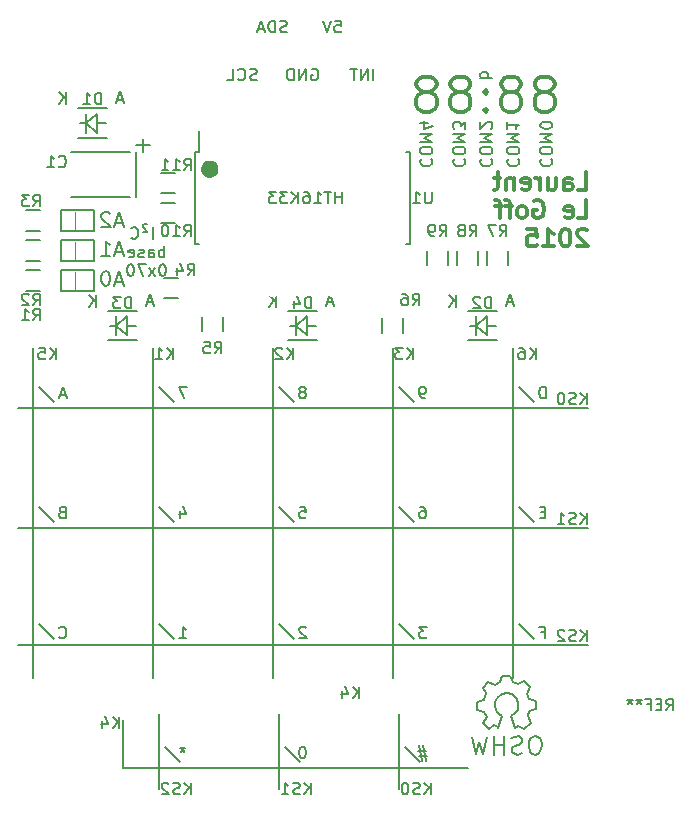
<source format=gbo>
%TF.GenerationSoftware,KiCad,Pcbnew,(after 2015-mar-04 BZR unknown)-product*%
%TF.CreationDate,2015-05-12T22:31:50+02:00*%
%TF.JobID,7seg_htk16k33,377365675F68746B31366B33332E6B69,rev?*%
%TF.FileFunction,Legend,Bot*%
%FSLAX46Y46*%
G04 Gerber Fmt 4.6, Leading zero omitted, Abs format (unit mm)*
G04 Created by KiCad (PCBNEW (after 2015-mar-04 BZR unknown)-product) date 12/05/2015 22:31:50*
%MOMM*%
G01*
G04 APERTURE LIST*
%ADD10C,0.020000*%
%ADD11C,0.300000*%
%ADD12C,0.200000*%
%ADD13C,0.160000*%
%ADD14C,0.066040*%
%ADD15C,0.152400*%
%ADD16C,0.150000*%
%ADD17C,4.000000*%
%ADD18C,1.397000*%
%ADD19R,1.016000X1.524000*%
%ADD20R,1.950720X2.499360*%
%ADD21R,4.498340X2.700020*%
%ADD22R,1.600000X1.600000*%
%ADD23C,1.600000*%
%ADD24R,1.727200X2.032000*%
%ADD25O,1.727200X2.032000*%
%ADD26R,0.700000X1.300000*%
%ADD27R,1.300000X0.700000*%
%ADD28R,0.600000X2.000000*%
G04 APERTURE END LIST*
D10*
D11*
X17626000Y-12521429D02*
X17626000Y-13092857D01*
X17554571Y-13164286D02*
X17268857Y-13378571D01*
X17554571Y-12450000D02*
X17268857Y-12235714D01*
X17554571Y-12378571D02*
X17554571Y-13235714D01*
X17483142Y-13235714D02*
X17483142Y-12378571D01*
X17411714Y-12307143D02*
X17411714Y-13307143D01*
X17340285Y-13307143D02*
X17340285Y-12307143D01*
X17268857Y-12235714D02*
X17268857Y-13378571D01*
X17197428Y-13378571D02*
X17197428Y-12235714D01*
X17126000Y-12235714D02*
X17126000Y-13378571D01*
X17054571Y-13378571D02*
X17054571Y-12235714D01*
X16983142Y-13378571D02*
X16697428Y-13164286D01*
X16983142Y-12235714D02*
X16983142Y-13378571D01*
X16983142Y-12235714D02*
X16697428Y-12450000D01*
X16911714Y-13307143D02*
X16911714Y-12307143D01*
X16840285Y-12307143D02*
X16840285Y-13307143D01*
X16768857Y-13235714D02*
X16768857Y-12378571D01*
X16697428Y-12378571D02*
X16697428Y-13235714D01*
X16626000Y-13092857D02*
X16626000Y-12521429D01*
X17268857Y-12235714D02*
X16983142Y-12235714D01*
X16697428Y-12378571D01*
X16554571Y-12664286D01*
X16554571Y-12950000D01*
X16697428Y-13235714D01*
X16983142Y-13378571D01*
X17268857Y-13378571D01*
X17554571Y-13235714D01*
X17697428Y-12950000D01*
X17697428Y-12664286D01*
X17554571Y-12378571D01*
X17268857Y-12235714D01*
D12*
X29802095Y-57602381D02*
X29802095Y-56602381D01*
X29230666Y-57602381D02*
X29659238Y-57030952D01*
X29230666Y-56602381D02*
X29802095Y-57173810D01*
X28373523Y-56935714D02*
X28373523Y-57602381D01*
X28611619Y-56554762D02*
X28849714Y-57269048D01*
X28230666Y-57269048D01*
X40041619Y-5040286D02*
X41041619Y-5040286D01*
X40660667Y-5040286D02*
X40708286Y-4945048D01*
X40708286Y-4754571D01*
X40660667Y-4659333D01*
X40613048Y-4611714D01*
X40517810Y-4564095D01*
X40232095Y-4564095D01*
X40136857Y-4611714D01*
X40089238Y-4659333D01*
X40041619Y-4754571D01*
X40041619Y-4945048D01*
X40089238Y-5040286D01*
D13*
X12292000Y-18704381D02*
X12292000Y-17704381D01*
X11863429Y-17466286D02*
X11768191Y-17418667D01*
X11625334Y-17418667D01*
X11530095Y-17466286D01*
X11482476Y-17561524D01*
X11482476Y-17656762D01*
X11530095Y-17752000D01*
X11863429Y-18085333D01*
X11482476Y-18085333D01*
X10482476Y-18609143D02*
X10530095Y-18656762D01*
X10672952Y-18704381D01*
X10768190Y-18704381D01*
X10911048Y-18656762D01*
X11006286Y-18561524D01*
X11053905Y-18466286D01*
X11101524Y-18275810D01*
X11101524Y-18132952D01*
X11053905Y-17942476D01*
X11006286Y-17847238D01*
X10911048Y-17752000D01*
X10768190Y-17704381D01*
X10672952Y-17704381D01*
X10530095Y-17752000D01*
X10482476Y-17799619D01*
X13292000Y-20264381D02*
X13292000Y-19264381D01*
X13292000Y-19645333D02*
X13196762Y-19597714D01*
X13006285Y-19597714D01*
X12911047Y-19645333D01*
X12863428Y-19692952D01*
X12815809Y-19788190D01*
X12815809Y-20073905D01*
X12863428Y-20169143D01*
X12911047Y-20216762D01*
X13006285Y-20264381D01*
X13196762Y-20264381D01*
X13292000Y-20216762D01*
X11958666Y-20264381D02*
X11958666Y-19740571D01*
X12006285Y-19645333D01*
X12101523Y-19597714D01*
X12292000Y-19597714D01*
X12387238Y-19645333D01*
X11958666Y-20216762D02*
X12053904Y-20264381D01*
X12292000Y-20264381D01*
X12387238Y-20216762D01*
X12434857Y-20121524D01*
X12434857Y-20026286D01*
X12387238Y-19931048D01*
X12292000Y-19883429D01*
X12053904Y-19883429D01*
X11958666Y-19835810D01*
X11530095Y-20216762D02*
X11434857Y-20264381D01*
X11244381Y-20264381D01*
X11149142Y-20216762D01*
X11101523Y-20121524D01*
X11101523Y-20073905D01*
X11149142Y-19978667D01*
X11244381Y-19931048D01*
X11387238Y-19931048D01*
X11482476Y-19883429D01*
X11530095Y-19788190D01*
X11530095Y-19740571D01*
X11482476Y-19645333D01*
X11387238Y-19597714D01*
X11244381Y-19597714D01*
X11149142Y-19645333D01*
X10291999Y-20216762D02*
X10387237Y-20264381D01*
X10577714Y-20264381D01*
X10672952Y-20216762D01*
X10720571Y-20121524D01*
X10720571Y-19740571D01*
X10672952Y-19645333D01*
X10577714Y-19597714D01*
X10387237Y-19597714D01*
X10291999Y-19645333D01*
X10244380Y-19740571D01*
X10244380Y-19835810D01*
X10720571Y-19931048D01*
X13196762Y-20824381D02*
X13101523Y-20824381D01*
X13006285Y-20872000D01*
X12958666Y-20919619D01*
X12911047Y-21014857D01*
X12863428Y-21205333D01*
X12863428Y-21443429D01*
X12911047Y-21633905D01*
X12958666Y-21729143D01*
X13006285Y-21776762D01*
X13101523Y-21824381D01*
X13196762Y-21824381D01*
X13292000Y-21776762D01*
X13339619Y-21729143D01*
X13387238Y-21633905D01*
X13434857Y-21443429D01*
X13434857Y-21205333D01*
X13387238Y-21014857D01*
X13339619Y-20919619D01*
X13292000Y-20872000D01*
X13196762Y-20824381D01*
X12530095Y-21824381D02*
X12006285Y-21157714D01*
X12530095Y-21157714D02*
X12006285Y-21824381D01*
X11720571Y-20824381D02*
X11053904Y-20824381D01*
X11482476Y-21824381D01*
X10482476Y-20824381D02*
X10387237Y-20824381D01*
X10291999Y-20872000D01*
X10244380Y-20919619D01*
X10196761Y-21014857D01*
X10149142Y-21205333D01*
X10149142Y-21443429D01*
X10196761Y-21633905D01*
X10244380Y-21729143D01*
X10291999Y-21776762D01*
X10387237Y-21824381D01*
X10482476Y-21824381D01*
X10577714Y-21776762D01*
X10625333Y-21729143D01*
X10672952Y-21633905D01*
X10720571Y-21443429D01*
X10720571Y-21205333D01*
X10672952Y-21014857D01*
X10625333Y-20919619D01*
X10577714Y-20872000D01*
X10482476Y-20824381D01*
D12*
X28325429Y-15692381D02*
X28325429Y-14692381D01*
X28325429Y-15168571D02*
X27754000Y-15168571D01*
X27754000Y-15692381D02*
X27754000Y-14692381D01*
X27420667Y-14692381D02*
X26849238Y-14692381D01*
X27134953Y-15692381D02*
X27134953Y-14692381D01*
X25992095Y-15692381D02*
X26563524Y-15692381D01*
X26277810Y-15692381D02*
X26277810Y-14692381D01*
X26373048Y-14835238D01*
X26468286Y-14930476D01*
X26563524Y-14978095D01*
X25134952Y-14692381D02*
X25325429Y-14692381D01*
X25420667Y-14740000D01*
X25468286Y-14787619D01*
X25563524Y-14930476D01*
X25611143Y-15120952D01*
X25611143Y-15501905D01*
X25563524Y-15597143D01*
X25515905Y-15644762D01*
X25420667Y-15692381D01*
X25230190Y-15692381D01*
X25134952Y-15644762D01*
X25087333Y-15597143D01*
X25039714Y-15501905D01*
X25039714Y-15263810D01*
X25087333Y-15168571D01*
X25134952Y-15120952D01*
X25230190Y-15073333D01*
X25420667Y-15073333D01*
X25515905Y-15120952D01*
X25563524Y-15168571D01*
X25611143Y-15263810D01*
X24611143Y-15692381D02*
X24611143Y-14692381D01*
X24039714Y-15692381D02*
X24468286Y-15120952D01*
X24039714Y-14692381D02*
X24611143Y-15263810D01*
X23706381Y-14692381D02*
X23087333Y-14692381D01*
X23420667Y-15073333D01*
X23277809Y-15073333D01*
X23182571Y-15120952D01*
X23134952Y-15168571D01*
X23087333Y-15263810D01*
X23087333Y-15501905D01*
X23134952Y-15597143D01*
X23182571Y-15644762D01*
X23277809Y-15692381D01*
X23563524Y-15692381D01*
X23658762Y-15644762D01*
X23706381Y-15597143D01*
X22754000Y-14692381D02*
X22134952Y-14692381D01*
X22468286Y-15073333D01*
X22325428Y-15073333D01*
X22230190Y-15120952D01*
X22182571Y-15168571D01*
X22134952Y-15263810D01*
X22134952Y-15501905D01*
X22182571Y-15597143D01*
X22230190Y-15644762D01*
X22325428Y-15692381D01*
X22611143Y-15692381D01*
X22706381Y-15644762D01*
X22754000Y-15597143D01*
X30984762Y-5278381D02*
X30984762Y-4278381D01*
X30508572Y-5278381D02*
X30508572Y-4278381D01*
X29937143Y-5278381D01*
X29937143Y-4278381D01*
X29603810Y-4278381D02*
X29032381Y-4278381D01*
X29318096Y-5278381D02*
X29318096Y-4278381D01*
X27730476Y-214381D02*
X28206667Y-214381D01*
X28254286Y-690571D01*
X28206667Y-642952D01*
X28111429Y-595333D01*
X27873333Y-595333D01*
X27778095Y-642952D01*
X27730476Y-690571D01*
X27682857Y-785810D01*
X27682857Y-1023905D01*
X27730476Y-1119143D01*
X27778095Y-1166762D01*
X27873333Y-1214381D01*
X28111429Y-1214381D01*
X28206667Y-1166762D01*
X28254286Y-1119143D01*
X27397143Y-214381D02*
X27063810Y-1214381D01*
X26730476Y-214381D01*
X25761904Y-4326000D02*
X25857142Y-4278381D01*
X25999999Y-4278381D01*
X26142857Y-4326000D01*
X26238095Y-4421238D01*
X26285714Y-4516476D01*
X26333333Y-4706952D01*
X26333333Y-4849810D01*
X26285714Y-5040286D01*
X26238095Y-5135524D01*
X26142857Y-5230762D01*
X25999999Y-5278381D01*
X25904761Y-5278381D01*
X25761904Y-5230762D01*
X25714285Y-5183143D01*
X25714285Y-4849810D01*
X25904761Y-4849810D01*
X25285714Y-5278381D02*
X25285714Y-4278381D01*
X24714285Y-5278381D01*
X24714285Y-4278381D01*
X24238095Y-5278381D02*
X24238095Y-4278381D01*
X24000000Y-4278381D01*
X23857142Y-4326000D01*
X23761904Y-4421238D01*
X23714285Y-4516476D01*
X23666666Y-4706952D01*
X23666666Y-4849810D01*
X23714285Y-5040286D01*
X23761904Y-5135524D01*
X23857142Y-5230762D01*
X24000000Y-5278381D01*
X24238095Y-5278381D01*
X23674286Y-1166762D02*
X23531429Y-1214381D01*
X23293333Y-1214381D01*
X23198095Y-1166762D01*
X23150476Y-1119143D01*
X23102857Y-1023905D01*
X23102857Y-928667D01*
X23150476Y-833429D01*
X23198095Y-785810D01*
X23293333Y-738190D01*
X23483810Y-690571D01*
X23579048Y-642952D01*
X23626667Y-595333D01*
X23674286Y-500095D01*
X23674286Y-404857D01*
X23626667Y-309619D01*
X23579048Y-262000D01*
X23483810Y-214381D01*
X23245714Y-214381D01*
X23102857Y-262000D01*
X22674286Y-1214381D02*
X22674286Y-214381D01*
X22436191Y-214381D01*
X22293333Y-262000D01*
X22198095Y-357238D01*
X22150476Y-452476D01*
X22102857Y-642952D01*
X22102857Y-785810D01*
X22150476Y-976286D01*
X22198095Y-1071524D01*
X22293333Y-1166762D01*
X22436191Y-1214381D01*
X22674286Y-1214381D01*
X21721905Y-928667D02*
X21245714Y-928667D01*
X21817143Y-1214381D02*
X21483810Y-214381D01*
X21150476Y-1214381D01*
X21110476Y-5230762D02*
X20967619Y-5278381D01*
X20729523Y-5278381D01*
X20634285Y-5230762D01*
X20586666Y-5183143D01*
X20539047Y-5087905D01*
X20539047Y-4992667D01*
X20586666Y-4897429D01*
X20634285Y-4849810D01*
X20729523Y-4802190D01*
X20920000Y-4754571D01*
X21015238Y-4706952D01*
X21062857Y-4659333D01*
X21110476Y-4564095D01*
X21110476Y-4468857D01*
X21062857Y-4373619D01*
X21015238Y-4326000D01*
X20920000Y-4278381D01*
X20681904Y-4278381D01*
X20539047Y-4326000D01*
X19539047Y-5183143D02*
X19586666Y-5230762D01*
X19729523Y-5278381D01*
X19824761Y-5278381D01*
X19967619Y-5230762D01*
X20062857Y-5135524D01*
X20110476Y-5040286D01*
X20158095Y-4849810D01*
X20158095Y-4706952D01*
X20110476Y-4516476D01*
X20062857Y-4421238D01*
X19967619Y-4326000D01*
X19824761Y-4278381D01*
X19729523Y-4278381D01*
X19586666Y-4326000D01*
X19539047Y-4373619D01*
X18634285Y-5278381D02*
X19110476Y-5278381D01*
X19110476Y-4278381D01*
X35493333Y-51522381D02*
X34874285Y-51522381D01*
X35207619Y-51903333D01*
X35064761Y-51903333D01*
X34969523Y-51950952D01*
X34921904Y-51998571D01*
X34874285Y-52093810D01*
X34874285Y-52331905D01*
X34921904Y-52427143D01*
X34969523Y-52474762D01*
X35064761Y-52522381D01*
X35350476Y-52522381D01*
X35445714Y-52474762D01*
X35493333Y-52427143D01*
X34969523Y-41362381D02*
X35160000Y-41362381D01*
X35255238Y-41410000D01*
X35302857Y-41457619D01*
X35398095Y-41600476D01*
X35445714Y-41790952D01*
X35445714Y-42171905D01*
X35398095Y-42267143D01*
X35350476Y-42314762D01*
X35255238Y-42362381D01*
X35064761Y-42362381D01*
X34969523Y-42314762D01*
X34921904Y-42267143D01*
X34874285Y-42171905D01*
X34874285Y-41933810D01*
X34921904Y-41838571D01*
X34969523Y-41790952D01*
X35064761Y-41743333D01*
X35255238Y-41743333D01*
X35350476Y-41790952D01*
X35398095Y-41838571D01*
X35445714Y-41933810D01*
X25285714Y-51617619D02*
X25238095Y-51570000D01*
X25142857Y-51522381D01*
X24904761Y-51522381D01*
X24809523Y-51570000D01*
X24761904Y-51617619D01*
X24714285Y-51712857D01*
X24714285Y-51808095D01*
X24761904Y-51950952D01*
X25333333Y-52522381D01*
X24714285Y-52522381D01*
X14554285Y-52522381D02*
X15125714Y-52522381D01*
X14840000Y-52522381D02*
X14840000Y-51522381D01*
X14935238Y-51665238D01*
X15030476Y-51760476D01*
X15125714Y-51808095D01*
X24761904Y-41362381D02*
X25238095Y-41362381D01*
X25285714Y-41838571D01*
X25238095Y-41790952D01*
X25142857Y-41743333D01*
X24904761Y-41743333D01*
X24809523Y-41790952D01*
X24761904Y-41838571D01*
X24714285Y-41933810D01*
X24714285Y-42171905D01*
X24761904Y-42267143D01*
X24809523Y-42314762D01*
X24904761Y-42362381D01*
X25142857Y-42362381D01*
X25238095Y-42314762D01*
X25285714Y-42267143D01*
X14649523Y-41695714D02*
X14649523Y-42362381D01*
X14887619Y-41314762D02*
X15125714Y-42029048D01*
X14506666Y-42029048D01*
X35350476Y-32202381D02*
X35160000Y-32202381D01*
X35064761Y-32154762D01*
X35017142Y-32107143D01*
X34921904Y-31964286D01*
X34874285Y-31773810D01*
X34874285Y-31392857D01*
X34921904Y-31297619D01*
X34969523Y-31250000D01*
X35064761Y-31202381D01*
X35255238Y-31202381D01*
X35350476Y-31250000D01*
X35398095Y-31297619D01*
X35445714Y-31392857D01*
X35445714Y-31630952D01*
X35398095Y-31726190D01*
X35350476Y-31773810D01*
X35255238Y-31821429D01*
X35064761Y-31821429D01*
X34969523Y-31773810D01*
X34921904Y-31726190D01*
X34874285Y-31630952D01*
X25095238Y-31630952D02*
X25190476Y-31583333D01*
X25238095Y-31535714D01*
X25285714Y-31440476D01*
X25285714Y-31392857D01*
X25238095Y-31297619D01*
X25190476Y-31250000D01*
X25095238Y-31202381D01*
X24904761Y-31202381D01*
X24809523Y-31250000D01*
X24761904Y-31297619D01*
X24714285Y-31392857D01*
X24714285Y-31440476D01*
X24761904Y-31535714D01*
X24809523Y-31583333D01*
X24904761Y-31630952D01*
X25095238Y-31630952D01*
X25190476Y-31678571D01*
X25238095Y-31726190D01*
X25285714Y-31821429D01*
X25285714Y-32011905D01*
X25238095Y-32107143D01*
X25190476Y-32154762D01*
X25095238Y-32202381D01*
X24904761Y-32202381D01*
X24809523Y-32154762D01*
X24761904Y-32107143D01*
X24714285Y-32011905D01*
X24714285Y-31821429D01*
X24761904Y-31726190D01*
X24809523Y-31678571D01*
X24904761Y-31630952D01*
X15173333Y-31202381D02*
X14506666Y-31202381D01*
X14935238Y-32202381D01*
X14840000Y-61682381D02*
X14840000Y-61920476D01*
X15078095Y-61825238D02*
X14840000Y-61920476D01*
X14601904Y-61825238D01*
X14982857Y-62110952D02*
X14840000Y-61920476D01*
X14697142Y-62110952D01*
X25047619Y-61682381D02*
X24952380Y-61682381D01*
X24857142Y-61730000D01*
X24809523Y-61777619D01*
X24761904Y-61872857D01*
X24714285Y-62063333D01*
X24714285Y-62301429D01*
X24761904Y-62491905D01*
X24809523Y-62587143D01*
X24857142Y-62634762D01*
X24952380Y-62682381D01*
X25047619Y-62682381D01*
X25142857Y-62634762D01*
X25190476Y-62587143D01*
X25238095Y-62491905D01*
X25285714Y-62301429D01*
X25285714Y-62063333D01*
X25238095Y-61872857D01*
X25190476Y-61777619D01*
X25142857Y-61730000D01*
X25047619Y-61682381D01*
X35469524Y-62015714D02*
X34755238Y-62015714D01*
X35183810Y-61587143D02*
X35469524Y-62872857D01*
X34850476Y-62444286D02*
X35564762Y-62444286D01*
X35136190Y-62872857D02*
X34850476Y-61587143D01*
X45177142Y-51998571D02*
X45510476Y-51998571D01*
X45510476Y-52522381D02*
X45510476Y-51522381D01*
X45034285Y-51522381D01*
X45534286Y-41838571D02*
X45200952Y-41838571D01*
X45058095Y-42362381D02*
X45534286Y-42362381D01*
X45534286Y-41362381D01*
X45058095Y-41362381D01*
X45581905Y-32202381D02*
X45581905Y-31202381D01*
X45343810Y-31202381D01*
X45200952Y-31250000D01*
X45105714Y-31345238D01*
X45058095Y-31440476D01*
X45010476Y-31630952D01*
X45010476Y-31773810D01*
X45058095Y-31964286D01*
X45105714Y-32059524D01*
X45200952Y-32154762D01*
X45343810Y-32202381D01*
X45581905Y-32202381D01*
X4370476Y-52427143D02*
X4418095Y-52474762D01*
X4560952Y-52522381D01*
X4656190Y-52522381D01*
X4799048Y-52474762D01*
X4894286Y-52379524D01*
X4941905Y-52284286D01*
X4989524Y-52093810D01*
X4989524Y-51950952D01*
X4941905Y-51760476D01*
X4894286Y-51665238D01*
X4799048Y-51570000D01*
X4656190Y-51522381D01*
X4560952Y-51522381D01*
X4418095Y-51570000D01*
X4370476Y-51617619D01*
X4608571Y-41838571D02*
X4465714Y-41886190D01*
X4418095Y-41933810D01*
X4370476Y-42029048D01*
X4370476Y-42171905D01*
X4418095Y-42267143D01*
X4465714Y-42314762D01*
X4560952Y-42362381D01*
X4941905Y-42362381D01*
X4941905Y-41362381D01*
X4608571Y-41362381D01*
X4513333Y-41410000D01*
X4465714Y-41457619D01*
X4418095Y-41552857D01*
X4418095Y-41648095D01*
X4465714Y-41743333D01*
X4513333Y-41790952D01*
X4608571Y-41838571D01*
X4941905Y-41838571D01*
X4918095Y-31916667D02*
X4441904Y-31916667D01*
X5013333Y-32202381D02*
X4680000Y-31202381D01*
X4346666Y-32202381D01*
X35056857Y-11929904D02*
X35009238Y-11977523D01*
X34961619Y-12120380D01*
X34961619Y-12215618D01*
X35009238Y-12358476D01*
X35104476Y-12453714D01*
X35199714Y-12501333D01*
X35390190Y-12548952D01*
X35533048Y-12548952D01*
X35723524Y-12501333D01*
X35818762Y-12453714D01*
X35914000Y-12358476D01*
X35961619Y-12215618D01*
X35961619Y-12120380D01*
X35914000Y-11977523D01*
X35866381Y-11929904D01*
X35961619Y-11310857D02*
X35961619Y-11120380D01*
X35914000Y-11025142D01*
X35818762Y-10929904D01*
X35628286Y-10882285D01*
X35294952Y-10882285D01*
X35104476Y-10929904D01*
X35009238Y-11025142D01*
X34961619Y-11120380D01*
X34961619Y-11310857D01*
X35009238Y-11406095D01*
X35104476Y-11501333D01*
X35294952Y-11548952D01*
X35628286Y-11548952D01*
X35818762Y-11501333D01*
X35914000Y-11406095D01*
X35961619Y-11310857D01*
X34961619Y-10453714D02*
X35961619Y-10453714D01*
X35247333Y-10120380D01*
X35961619Y-9787047D01*
X34961619Y-9787047D01*
X35628286Y-8882285D02*
X34961619Y-8882285D01*
X36009238Y-9120381D02*
X35294952Y-9358476D01*
X35294952Y-8739428D01*
X37850857Y-11929904D02*
X37803238Y-11977523D01*
X37755619Y-12120380D01*
X37755619Y-12215618D01*
X37803238Y-12358476D01*
X37898476Y-12453714D01*
X37993714Y-12501333D01*
X38184190Y-12548952D01*
X38327048Y-12548952D01*
X38517524Y-12501333D01*
X38612762Y-12453714D01*
X38708000Y-12358476D01*
X38755619Y-12215618D01*
X38755619Y-12120380D01*
X38708000Y-11977523D01*
X38660381Y-11929904D01*
X38755619Y-11310857D02*
X38755619Y-11120380D01*
X38708000Y-11025142D01*
X38612762Y-10929904D01*
X38422286Y-10882285D01*
X38088952Y-10882285D01*
X37898476Y-10929904D01*
X37803238Y-11025142D01*
X37755619Y-11120380D01*
X37755619Y-11310857D01*
X37803238Y-11406095D01*
X37898476Y-11501333D01*
X38088952Y-11548952D01*
X38422286Y-11548952D01*
X38612762Y-11501333D01*
X38708000Y-11406095D01*
X38755619Y-11310857D01*
X37755619Y-10453714D02*
X38755619Y-10453714D01*
X38041333Y-10120380D01*
X38755619Y-9787047D01*
X37755619Y-9787047D01*
X38755619Y-9406095D02*
X38755619Y-8787047D01*
X38374667Y-9120381D01*
X38374667Y-8977523D01*
X38327048Y-8882285D01*
X38279429Y-8834666D01*
X38184190Y-8787047D01*
X37946095Y-8787047D01*
X37850857Y-8834666D01*
X37803238Y-8882285D01*
X37755619Y-8977523D01*
X37755619Y-9263238D01*
X37803238Y-9358476D01*
X37850857Y-9406095D01*
X40136857Y-11929904D02*
X40089238Y-11977523D01*
X40041619Y-12120380D01*
X40041619Y-12215618D01*
X40089238Y-12358476D01*
X40184476Y-12453714D01*
X40279714Y-12501333D01*
X40470190Y-12548952D01*
X40613048Y-12548952D01*
X40803524Y-12501333D01*
X40898762Y-12453714D01*
X40994000Y-12358476D01*
X41041619Y-12215618D01*
X41041619Y-12120380D01*
X40994000Y-11977523D01*
X40946381Y-11929904D01*
X41041619Y-11310857D02*
X41041619Y-11120380D01*
X40994000Y-11025142D01*
X40898762Y-10929904D01*
X40708286Y-10882285D01*
X40374952Y-10882285D01*
X40184476Y-10929904D01*
X40089238Y-11025142D01*
X40041619Y-11120380D01*
X40041619Y-11310857D01*
X40089238Y-11406095D01*
X40184476Y-11501333D01*
X40374952Y-11548952D01*
X40708286Y-11548952D01*
X40898762Y-11501333D01*
X40994000Y-11406095D01*
X41041619Y-11310857D01*
X40041619Y-10453714D02*
X41041619Y-10453714D01*
X40327333Y-10120380D01*
X41041619Y-9787047D01*
X40041619Y-9787047D01*
X40946381Y-9358476D02*
X40994000Y-9310857D01*
X41041619Y-9215619D01*
X41041619Y-8977523D01*
X40994000Y-8882285D01*
X40946381Y-8834666D01*
X40851143Y-8787047D01*
X40755905Y-8787047D01*
X40613048Y-8834666D01*
X40041619Y-9406095D01*
X40041619Y-8787047D01*
X42422857Y-11929904D02*
X42375238Y-11977523D01*
X42327619Y-12120380D01*
X42327619Y-12215618D01*
X42375238Y-12358476D01*
X42470476Y-12453714D01*
X42565714Y-12501333D01*
X42756190Y-12548952D01*
X42899048Y-12548952D01*
X43089524Y-12501333D01*
X43184762Y-12453714D01*
X43280000Y-12358476D01*
X43327619Y-12215618D01*
X43327619Y-12120380D01*
X43280000Y-11977523D01*
X43232381Y-11929904D01*
X43327619Y-11310857D02*
X43327619Y-11120380D01*
X43280000Y-11025142D01*
X43184762Y-10929904D01*
X42994286Y-10882285D01*
X42660952Y-10882285D01*
X42470476Y-10929904D01*
X42375238Y-11025142D01*
X42327619Y-11120380D01*
X42327619Y-11310857D01*
X42375238Y-11406095D01*
X42470476Y-11501333D01*
X42660952Y-11548952D01*
X42994286Y-11548952D01*
X43184762Y-11501333D01*
X43280000Y-11406095D01*
X43327619Y-11310857D01*
X42327619Y-10453714D02*
X43327619Y-10453714D01*
X42613333Y-10120380D01*
X43327619Y-9787047D01*
X42327619Y-9787047D01*
X42327619Y-8787047D02*
X42327619Y-9358476D01*
X42327619Y-9072762D02*
X43327619Y-9072762D01*
X43184762Y-9168000D01*
X43089524Y-9263238D01*
X43041905Y-9358476D01*
X45216857Y-11929904D02*
X45169238Y-11977523D01*
X45121619Y-12120380D01*
X45121619Y-12215618D01*
X45169238Y-12358476D01*
X45264476Y-12453714D01*
X45359714Y-12501333D01*
X45550190Y-12548952D01*
X45693048Y-12548952D01*
X45883524Y-12501333D01*
X45978762Y-12453714D01*
X46074000Y-12358476D01*
X46121619Y-12215618D01*
X46121619Y-12120380D01*
X46074000Y-11977523D01*
X46026381Y-11929904D01*
X46121619Y-11310857D02*
X46121619Y-11120380D01*
X46074000Y-11025142D01*
X45978762Y-10929904D01*
X45788286Y-10882285D01*
X45454952Y-10882285D01*
X45264476Y-10929904D01*
X45169238Y-11025142D01*
X45121619Y-11120380D01*
X45121619Y-11310857D01*
X45169238Y-11406095D01*
X45264476Y-11501333D01*
X45454952Y-11548952D01*
X45788286Y-11548952D01*
X45978762Y-11501333D01*
X46074000Y-11406095D01*
X46121619Y-11310857D01*
X45121619Y-10453714D02*
X46121619Y-10453714D01*
X45407333Y-10120380D01*
X46121619Y-9787047D01*
X45121619Y-9787047D01*
X46121619Y-9120381D02*
X46121619Y-9025142D01*
X46074000Y-8929904D01*
X46026381Y-8882285D01*
X45931143Y-8834666D01*
X45740667Y-8787047D01*
X45502571Y-8787047D01*
X45312095Y-8834666D01*
X45216857Y-8882285D01*
X45169238Y-8929904D01*
X45121619Y-9025142D01*
X45121619Y-9120381D01*
X45169238Y-9215619D01*
X45216857Y-9263238D01*
X45312095Y-9310857D01*
X45502571Y-9358476D01*
X45740667Y-9358476D01*
X45931143Y-9310857D01*
X46026381Y-9263238D01*
X46074000Y-9215619D01*
X46121619Y-9120381D01*
D11*
X45779714Y-6246857D02*
X46065428Y-6104000D01*
X46208285Y-5961143D01*
X46351142Y-5675429D01*
X46351142Y-5532571D01*
X46208285Y-5246857D01*
X46065428Y-5104000D01*
X45779714Y-4961143D01*
X45208285Y-4961143D01*
X44922571Y-5104000D01*
X44779714Y-5246857D01*
X44636857Y-5532571D01*
X44636857Y-5675429D01*
X44779714Y-5961143D01*
X44922571Y-6104000D01*
X45208285Y-6246857D01*
X45779714Y-6246857D01*
X46065428Y-6389714D01*
X46208285Y-6532571D01*
X46351142Y-6818286D01*
X46351142Y-7389714D01*
X46208285Y-7675429D01*
X46065428Y-7818286D01*
X45779714Y-7961143D01*
X45208285Y-7961143D01*
X44922571Y-7818286D01*
X44779714Y-7675429D01*
X44636857Y-7389714D01*
X44636857Y-6818286D01*
X44779714Y-6532571D01*
X44922571Y-6389714D01*
X45208285Y-6246857D01*
X42922571Y-6246857D02*
X43208285Y-6104000D01*
X43351142Y-5961143D01*
X43493999Y-5675429D01*
X43493999Y-5532571D01*
X43351142Y-5246857D01*
X43208285Y-5104000D01*
X42922571Y-4961143D01*
X42351142Y-4961143D01*
X42065428Y-5104000D01*
X41922571Y-5246857D01*
X41779714Y-5532571D01*
X41779714Y-5675429D01*
X41922571Y-5961143D01*
X42065428Y-6104000D01*
X42351142Y-6246857D01*
X42922571Y-6246857D01*
X43208285Y-6389714D01*
X43351142Y-6532571D01*
X43493999Y-6818286D01*
X43493999Y-7389714D01*
X43351142Y-7675429D01*
X43208285Y-7818286D01*
X42922571Y-7961143D01*
X42351142Y-7961143D01*
X42065428Y-7818286D01*
X41922571Y-7675429D01*
X41779714Y-7389714D01*
X41779714Y-6818286D01*
X41922571Y-6532571D01*
X42065428Y-6389714D01*
X42351142Y-6246857D01*
X40493999Y-7675429D02*
X40351142Y-7818286D01*
X40493999Y-7961143D01*
X40636856Y-7818286D01*
X40493999Y-7675429D01*
X40493999Y-7961143D01*
X40493999Y-6104000D02*
X40351142Y-6246857D01*
X40493999Y-6389714D01*
X40636856Y-6246857D01*
X40493999Y-6104000D01*
X40493999Y-6389714D01*
X38636857Y-6246857D02*
X38922571Y-6104000D01*
X39065428Y-5961143D01*
X39208285Y-5675429D01*
X39208285Y-5532571D01*
X39065428Y-5246857D01*
X38922571Y-5104000D01*
X38636857Y-4961143D01*
X38065428Y-4961143D01*
X37779714Y-5104000D01*
X37636857Y-5246857D01*
X37494000Y-5532571D01*
X37494000Y-5675429D01*
X37636857Y-5961143D01*
X37779714Y-6104000D01*
X38065428Y-6246857D01*
X38636857Y-6246857D01*
X38922571Y-6389714D01*
X39065428Y-6532571D01*
X39208285Y-6818286D01*
X39208285Y-7389714D01*
X39065428Y-7675429D01*
X38922571Y-7818286D01*
X38636857Y-7961143D01*
X38065428Y-7961143D01*
X37779714Y-7818286D01*
X37636857Y-7675429D01*
X37494000Y-7389714D01*
X37494000Y-6818286D01*
X37636857Y-6532571D01*
X37779714Y-6389714D01*
X38065428Y-6246857D01*
X35779714Y-6246857D02*
X36065428Y-6104000D01*
X36208285Y-5961143D01*
X36351142Y-5675429D01*
X36351142Y-5532571D01*
X36208285Y-5246857D01*
X36065428Y-5104000D01*
X35779714Y-4961143D01*
X35208285Y-4961143D01*
X34922571Y-5104000D01*
X34779714Y-5246857D01*
X34636857Y-5532571D01*
X34636857Y-5675429D01*
X34779714Y-5961143D01*
X34922571Y-6104000D01*
X35208285Y-6246857D01*
X35779714Y-6246857D01*
X36065428Y-6389714D01*
X36208285Y-6532571D01*
X36351142Y-6818286D01*
X36351142Y-7389714D01*
X36208285Y-7675429D01*
X36065428Y-7818286D01*
X35779714Y-7961143D01*
X35208285Y-7961143D01*
X34922571Y-7818286D01*
X34779714Y-7675429D01*
X34636857Y-7389714D01*
X34636857Y-6818286D01*
X34779714Y-6532571D01*
X34922571Y-6389714D01*
X35208285Y-6246857D01*
X48312571Y-14534571D02*
X49026857Y-14534571D01*
X49026857Y-13034571D01*
X47169714Y-14534571D02*
X47169714Y-13748857D01*
X47241143Y-13606000D01*
X47384000Y-13534571D01*
X47669714Y-13534571D01*
X47812571Y-13606000D01*
X47169714Y-14463143D02*
X47312571Y-14534571D01*
X47669714Y-14534571D01*
X47812571Y-14463143D01*
X47884000Y-14320286D01*
X47884000Y-14177429D01*
X47812571Y-14034571D01*
X47669714Y-13963143D01*
X47312571Y-13963143D01*
X47169714Y-13891714D01*
X45812571Y-13534571D02*
X45812571Y-14534571D01*
X46455428Y-13534571D02*
X46455428Y-14320286D01*
X46384000Y-14463143D01*
X46241142Y-14534571D01*
X46026857Y-14534571D01*
X45884000Y-14463143D01*
X45812571Y-14391714D01*
X45098285Y-14534571D02*
X45098285Y-13534571D01*
X45098285Y-13820286D02*
X45026857Y-13677429D01*
X44955428Y-13606000D01*
X44812571Y-13534571D01*
X44669714Y-13534571D01*
X43598286Y-14463143D02*
X43741143Y-14534571D01*
X44026857Y-14534571D01*
X44169714Y-14463143D01*
X44241143Y-14320286D01*
X44241143Y-13748857D01*
X44169714Y-13606000D01*
X44026857Y-13534571D01*
X43741143Y-13534571D01*
X43598286Y-13606000D01*
X43526857Y-13748857D01*
X43526857Y-13891714D01*
X44241143Y-14034571D01*
X42884000Y-13534571D02*
X42884000Y-14534571D01*
X42884000Y-13677429D02*
X42812572Y-13606000D01*
X42669714Y-13534571D01*
X42455429Y-13534571D01*
X42312572Y-13606000D01*
X42241143Y-13748857D01*
X42241143Y-14534571D01*
X41741143Y-13534571D02*
X41169714Y-13534571D01*
X41526857Y-13034571D02*
X41526857Y-14320286D01*
X41455429Y-14463143D01*
X41312571Y-14534571D01*
X41169714Y-14534571D01*
X48312571Y-16934571D02*
X49026857Y-16934571D01*
X49026857Y-15434571D01*
X47241143Y-16863143D02*
X47384000Y-16934571D01*
X47669714Y-16934571D01*
X47812571Y-16863143D01*
X47884000Y-16720286D01*
X47884000Y-16148857D01*
X47812571Y-16006000D01*
X47669714Y-15934571D01*
X47384000Y-15934571D01*
X47241143Y-16006000D01*
X47169714Y-16148857D01*
X47169714Y-16291714D01*
X47884000Y-16434571D01*
X44598286Y-15506000D02*
X44741143Y-15434571D01*
X44955429Y-15434571D01*
X45169714Y-15506000D01*
X45312572Y-15648857D01*
X45384000Y-15791714D01*
X45455429Y-16077429D01*
X45455429Y-16291714D01*
X45384000Y-16577429D01*
X45312572Y-16720286D01*
X45169714Y-16863143D01*
X44955429Y-16934571D01*
X44812572Y-16934571D01*
X44598286Y-16863143D01*
X44526857Y-16791714D01*
X44526857Y-16291714D01*
X44812572Y-16291714D01*
X43669714Y-16934571D02*
X43812572Y-16863143D01*
X43884000Y-16791714D01*
X43955429Y-16648857D01*
X43955429Y-16220286D01*
X43884000Y-16077429D01*
X43812572Y-16006000D01*
X43669714Y-15934571D01*
X43455429Y-15934571D01*
X43312572Y-16006000D01*
X43241143Y-16077429D01*
X43169714Y-16220286D01*
X43169714Y-16648857D01*
X43241143Y-16791714D01*
X43312572Y-16863143D01*
X43455429Y-16934571D01*
X43669714Y-16934571D01*
X42741143Y-15934571D02*
X42169714Y-15934571D01*
X42526857Y-16934571D02*
X42526857Y-15648857D01*
X42455429Y-15506000D01*
X42312571Y-15434571D01*
X42169714Y-15434571D01*
X41884000Y-15934571D02*
X41312571Y-15934571D01*
X41669714Y-16934571D02*
X41669714Y-15648857D01*
X41598286Y-15506000D01*
X41455428Y-15434571D01*
X41312571Y-15434571D01*
X49098286Y-17977429D02*
X49026857Y-17906000D01*
X48884000Y-17834571D01*
X48526857Y-17834571D01*
X48384000Y-17906000D01*
X48312571Y-17977429D01*
X48241143Y-18120286D01*
X48241143Y-18263143D01*
X48312571Y-18477429D01*
X49169714Y-19334571D01*
X48241143Y-19334571D01*
X47312572Y-17834571D02*
X47169715Y-17834571D01*
X47026858Y-17906000D01*
X46955429Y-17977429D01*
X46884000Y-18120286D01*
X46812572Y-18406000D01*
X46812572Y-18763143D01*
X46884000Y-19048857D01*
X46955429Y-19191714D01*
X47026858Y-19263143D01*
X47169715Y-19334571D01*
X47312572Y-19334571D01*
X47455429Y-19263143D01*
X47526858Y-19191714D01*
X47598286Y-19048857D01*
X47669715Y-18763143D01*
X47669715Y-18406000D01*
X47598286Y-18120286D01*
X47526858Y-17977429D01*
X47455429Y-17906000D01*
X47312572Y-17834571D01*
X45384001Y-19334571D02*
X46241144Y-19334571D01*
X45812572Y-19334571D02*
X45812572Y-17834571D01*
X45955429Y-18048857D01*
X46098287Y-18191714D01*
X46241144Y-18263143D01*
X44026858Y-17834571D02*
X44741144Y-17834571D01*
X44812573Y-18548857D01*
X44741144Y-18477429D01*
X44598287Y-18406000D01*
X44241144Y-18406000D01*
X44098287Y-18477429D01*
X44026858Y-18548857D01*
X43955430Y-18691714D01*
X43955430Y-19048857D01*
X44026858Y-19191714D01*
X44098287Y-19263143D01*
X44241144Y-19334571D01*
X44598287Y-19334571D01*
X44741144Y-19263143D01*
X44812573Y-19191714D01*
D12*
X33636000Y-61722000D02*
X34906000Y-62992000D01*
X23476000Y-61722000D02*
X24746000Y-62992000D01*
X13316000Y-61722000D02*
X14586000Y-62992000D01*
X43288000Y-51308000D02*
X44558000Y-52578000D01*
X33128000Y-51308000D02*
X34398000Y-52578000D01*
X22968000Y-51308000D02*
X24238000Y-52578000D01*
X43288000Y-41402000D02*
X44558000Y-42672000D01*
X33128000Y-41402000D02*
X34398000Y-42672000D01*
X22968000Y-41402000D02*
X24238000Y-42672000D01*
X12808000Y-51308000D02*
X14078000Y-52578000D01*
X2648000Y-51308000D02*
X3918000Y-52578000D01*
X12808000Y-41402000D02*
X14078000Y-42672000D01*
X2648000Y-41402000D02*
X3918000Y-42672000D01*
X43288000Y-31242000D02*
X44558000Y-32512000D01*
X33128000Y-31242000D02*
X34398000Y-32512000D01*
X22968000Y-31242000D02*
X24238000Y-32512000D01*
X12808000Y-31242000D02*
X14078000Y-32512000D01*
X2648000Y-31242000D02*
X3918000Y-32512000D01*
X15546286Y-65730381D02*
X15546286Y-64730381D01*
X14974857Y-65730381D02*
X15403429Y-65158952D01*
X14974857Y-64730381D02*
X15546286Y-65301810D01*
X14593905Y-65682762D02*
X14451048Y-65730381D01*
X14212952Y-65730381D01*
X14117714Y-65682762D01*
X14070095Y-65635143D01*
X14022476Y-65539905D01*
X14022476Y-65444667D01*
X14070095Y-65349429D01*
X14117714Y-65301810D01*
X14212952Y-65254190D01*
X14403429Y-65206571D01*
X14498667Y-65158952D01*
X14546286Y-65111333D01*
X14593905Y-65016095D01*
X14593905Y-64920857D01*
X14546286Y-64825619D01*
X14498667Y-64778000D01*
X14403429Y-64730381D01*
X14165333Y-64730381D01*
X14022476Y-64778000D01*
X13641524Y-64825619D02*
X13593905Y-64778000D01*
X13498667Y-64730381D01*
X13260571Y-64730381D01*
X13165333Y-64778000D01*
X13117714Y-64825619D01*
X13070095Y-64920857D01*
X13070095Y-65016095D01*
X13117714Y-65158952D01*
X13689143Y-65730381D01*
X13070095Y-65730381D01*
X25706286Y-65730381D02*
X25706286Y-64730381D01*
X25134857Y-65730381D02*
X25563429Y-65158952D01*
X25134857Y-64730381D02*
X25706286Y-65301810D01*
X24753905Y-65682762D02*
X24611048Y-65730381D01*
X24372952Y-65730381D01*
X24277714Y-65682762D01*
X24230095Y-65635143D01*
X24182476Y-65539905D01*
X24182476Y-65444667D01*
X24230095Y-65349429D01*
X24277714Y-65301810D01*
X24372952Y-65254190D01*
X24563429Y-65206571D01*
X24658667Y-65158952D01*
X24706286Y-65111333D01*
X24753905Y-65016095D01*
X24753905Y-64920857D01*
X24706286Y-64825619D01*
X24658667Y-64778000D01*
X24563429Y-64730381D01*
X24325333Y-64730381D01*
X24182476Y-64778000D01*
X23230095Y-65730381D02*
X23801524Y-65730381D01*
X23515810Y-65730381D02*
X23515810Y-64730381D01*
X23611048Y-64873238D01*
X23706286Y-64968476D01*
X23801524Y-65016095D01*
X35866286Y-65730381D02*
X35866286Y-64730381D01*
X35294857Y-65730381D02*
X35723429Y-65158952D01*
X35294857Y-64730381D02*
X35866286Y-65301810D01*
X34913905Y-65682762D02*
X34771048Y-65730381D01*
X34532952Y-65730381D01*
X34437714Y-65682762D01*
X34390095Y-65635143D01*
X34342476Y-65539905D01*
X34342476Y-65444667D01*
X34390095Y-65349429D01*
X34437714Y-65301810D01*
X34532952Y-65254190D01*
X34723429Y-65206571D01*
X34818667Y-65158952D01*
X34866286Y-65111333D01*
X34913905Y-65016095D01*
X34913905Y-64920857D01*
X34866286Y-64825619D01*
X34818667Y-64778000D01*
X34723429Y-64730381D01*
X34485333Y-64730381D01*
X34342476Y-64778000D01*
X33723429Y-64730381D02*
X33628190Y-64730381D01*
X33532952Y-64778000D01*
X33485333Y-64825619D01*
X33437714Y-64920857D01*
X33390095Y-65111333D01*
X33390095Y-65349429D01*
X33437714Y-65539905D01*
X33485333Y-65635143D01*
X33532952Y-65682762D01*
X33628190Y-65730381D01*
X33723429Y-65730381D01*
X33818667Y-65682762D01*
X33866286Y-65635143D01*
X33913905Y-65539905D01*
X33961524Y-65349429D01*
X33961524Y-65111333D01*
X33913905Y-64920857D01*
X33866286Y-64825619D01*
X33818667Y-64778000D01*
X33723429Y-64730381D01*
X9482095Y-60142381D02*
X9482095Y-59142381D01*
X8910666Y-60142381D02*
X9339238Y-59570952D01*
X8910666Y-59142381D02*
X9482095Y-59713810D01*
X8053523Y-59475714D02*
X8053523Y-60142381D01*
X8291619Y-59094762D02*
X8529714Y-59809048D01*
X7910666Y-59809048D01*
X2140000Y-27940000D02*
X2140000Y-55880000D01*
X4148095Y-28900381D02*
X4148095Y-27900381D01*
X3576666Y-28900381D02*
X4005238Y-28328952D01*
X3576666Y-27900381D02*
X4148095Y-28471810D01*
X2671904Y-27900381D02*
X3148095Y-27900381D01*
X3195714Y-28376571D01*
X3148095Y-28328952D01*
X3052857Y-28281333D01*
X2814761Y-28281333D01*
X2719523Y-28328952D01*
X2671904Y-28376571D01*
X2624285Y-28471810D01*
X2624285Y-28709905D01*
X2671904Y-28805143D01*
X2719523Y-28852762D01*
X2814761Y-28900381D01*
X3052857Y-28900381D01*
X3148095Y-28852762D01*
X3195714Y-28805143D01*
X14054095Y-28900381D02*
X14054095Y-27900381D01*
X13482666Y-28900381D02*
X13911238Y-28328952D01*
X13482666Y-27900381D02*
X14054095Y-28471810D01*
X12530285Y-28900381D02*
X13101714Y-28900381D01*
X12816000Y-28900381D02*
X12816000Y-27900381D01*
X12911238Y-28043238D01*
X13006476Y-28138476D01*
X13101714Y-28186095D01*
X24214095Y-28900381D02*
X24214095Y-27900381D01*
X23642666Y-28900381D02*
X24071238Y-28328952D01*
X23642666Y-27900381D02*
X24214095Y-28471810D01*
X23261714Y-27995619D02*
X23214095Y-27948000D01*
X23118857Y-27900381D01*
X22880761Y-27900381D01*
X22785523Y-27948000D01*
X22737904Y-27995619D01*
X22690285Y-28090857D01*
X22690285Y-28186095D01*
X22737904Y-28328952D01*
X23309333Y-28900381D01*
X22690285Y-28900381D01*
X34374095Y-28900381D02*
X34374095Y-27900381D01*
X33802666Y-28900381D02*
X34231238Y-28328952D01*
X33802666Y-27900381D02*
X34374095Y-28471810D01*
X33469333Y-27900381D02*
X32850285Y-27900381D01*
X33183619Y-28281333D01*
X33040761Y-28281333D01*
X32945523Y-28328952D01*
X32897904Y-28376571D01*
X32850285Y-28471810D01*
X32850285Y-28709905D01*
X32897904Y-28805143D01*
X32945523Y-28852762D01*
X33040761Y-28900381D01*
X33326476Y-28900381D01*
X33421714Y-28852762D01*
X33469333Y-28805143D01*
X44788095Y-28900381D02*
X44788095Y-27900381D01*
X44216666Y-28900381D02*
X44645238Y-28328952D01*
X44216666Y-27900381D02*
X44788095Y-28471810D01*
X43359523Y-27900381D02*
X43550000Y-27900381D01*
X43645238Y-27948000D01*
X43692857Y-27995619D01*
X43788095Y-28138476D01*
X43835714Y-28328952D01*
X43835714Y-28709905D01*
X43788095Y-28805143D01*
X43740476Y-28852762D01*
X43645238Y-28900381D01*
X43454761Y-28900381D01*
X43359523Y-28852762D01*
X43311904Y-28805143D01*
X43264285Y-28709905D01*
X43264285Y-28471810D01*
X43311904Y-28376571D01*
X43359523Y-28328952D01*
X43454761Y-28281333D01*
X43645238Y-28281333D01*
X43740476Y-28328952D01*
X43788095Y-28376571D01*
X43835714Y-28471810D01*
X49074286Y-32710381D02*
X49074286Y-31710381D01*
X48502857Y-32710381D02*
X48931429Y-32138952D01*
X48502857Y-31710381D02*
X49074286Y-32281810D01*
X48121905Y-32662762D02*
X47979048Y-32710381D01*
X47740952Y-32710381D01*
X47645714Y-32662762D01*
X47598095Y-32615143D01*
X47550476Y-32519905D01*
X47550476Y-32424667D01*
X47598095Y-32329429D01*
X47645714Y-32281810D01*
X47740952Y-32234190D01*
X47931429Y-32186571D01*
X48026667Y-32138952D01*
X48074286Y-32091333D01*
X48121905Y-31996095D01*
X48121905Y-31900857D01*
X48074286Y-31805619D01*
X48026667Y-31758000D01*
X47931429Y-31710381D01*
X47693333Y-31710381D01*
X47550476Y-31758000D01*
X46931429Y-31710381D02*
X46836190Y-31710381D01*
X46740952Y-31758000D01*
X46693333Y-31805619D01*
X46645714Y-31900857D01*
X46598095Y-32091333D01*
X46598095Y-32329429D01*
X46645714Y-32519905D01*
X46693333Y-32615143D01*
X46740952Y-32662762D01*
X46836190Y-32710381D01*
X46931429Y-32710381D01*
X47026667Y-32662762D01*
X47074286Y-32615143D01*
X47121905Y-32519905D01*
X47169524Y-32329429D01*
X47169524Y-32091333D01*
X47121905Y-31900857D01*
X47074286Y-31805619D01*
X47026667Y-31758000D01*
X46931429Y-31710381D01*
X49074286Y-42870381D02*
X49074286Y-41870381D01*
X48502857Y-42870381D02*
X48931429Y-42298952D01*
X48502857Y-41870381D02*
X49074286Y-42441810D01*
X48121905Y-42822762D02*
X47979048Y-42870381D01*
X47740952Y-42870381D01*
X47645714Y-42822762D01*
X47598095Y-42775143D01*
X47550476Y-42679905D01*
X47550476Y-42584667D01*
X47598095Y-42489429D01*
X47645714Y-42441810D01*
X47740952Y-42394190D01*
X47931429Y-42346571D01*
X48026667Y-42298952D01*
X48074286Y-42251333D01*
X48121905Y-42156095D01*
X48121905Y-42060857D01*
X48074286Y-41965619D01*
X48026667Y-41918000D01*
X47931429Y-41870381D01*
X47693333Y-41870381D01*
X47550476Y-41918000D01*
X46598095Y-42870381D02*
X47169524Y-42870381D01*
X46883810Y-42870381D02*
X46883810Y-41870381D01*
X46979048Y-42013238D01*
X47074286Y-42108476D01*
X47169524Y-42156095D01*
X49074286Y-52776381D02*
X49074286Y-51776381D01*
X48502857Y-52776381D02*
X48931429Y-52204952D01*
X48502857Y-51776381D02*
X49074286Y-52347810D01*
X48121905Y-52728762D02*
X47979048Y-52776381D01*
X47740952Y-52776381D01*
X47645714Y-52728762D01*
X47598095Y-52681143D01*
X47550476Y-52585905D01*
X47550476Y-52490667D01*
X47598095Y-52395429D01*
X47645714Y-52347810D01*
X47740952Y-52300190D01*
X47931429Y-52252571D01*
X48026667Y-52204952D01*
X48074286Y-52157333D01*
X48121905Y-52062095D01*
X48121905Y-51966857D01*
X48074286Y-51871619D01*
X48026667Y-51824000D01*
X47931429Y-51776381D01*
X47693333Y-51776381D01*
X47550476Y-51824000D01*
X47169524Y-51871619D02*
X47121905Y-51824000D01*
X47026667Y-51776381D01*
X46788571Y-51776381D01*
X46693333Y-51824000D01*
X46645714Y-51871619D01*
X46598095Y-51966857D01*
X46598095Y-52062095D01*
X46645714Y-52204952D01*
X47217143Y-52776381D01*
X46598095Y-52776381D01*
X33128000Y-58928000D02*
X33128000Y-65278000D01*
X22968000Y-58928000D02*
X22968000Y-65278000D01*
X12808000Y-58928000D02*
X12808000Y-65278000D01*
X9760000Y-63500000D02*
X38970000Y-63500000D01*
X9760000Y-59436000D02*
X9760000Y-63500000D01*
X42780000Y-27940000D02*
X42780000Y-55880000D01*
X32620000Y-27940000D02*
X32620000Y-55880000D01*
X22460000Y-27940000D02*
X22460000Y-55880000D01*
X12300000Y-27940000D02*
X12300000Y-55880000D01*
X870000Y-53086000D02*
X49130000Y-53086000D01*
X870000Y-43180000D02*
X49130000Y-43180000D01*
X870000Y-33020000D02*
X49130000Y-33020000D01*
D14*
X6204000Y-21463000D02*
X7220000Y-21463000D01*
X7220000Y-21463000D02*
X7220000Y-22987000D01*
X6204000Y-22987000D02*
X7220000Y-22987000D01*
X6204000Y-21463000D02*
X6204000Y-22987000D01*
X4680000Y-21463000D02*
X5696000Y-21463000D01*
X5696000Y-21463000D02*
X5696000Y-22987000D01*
X4680000Y-22987000D02*
X5696000Y-22987000D01*
X4680000Y-21463000D02*
X4680000Y-22987000D01*
X4553000Y-21336000D02*
X7347000Y-21336000D01*
X7347000Y-21336000D02*
X7347000Y-23114000D01*
X4553000Y-23114000D02*
X7347000Y-23114000D01*
X4553000Y-21336000D02*
X4553000Y-23114000D01*
D15*
X4553000Y-21336000D02*
X7347000Y-21336000D01*
X7347000Y-23114000D02*
X7347000Y-21336000D01*
X7347000Y-23114000D02*
X4553000Y-23114000D01*
X4553000Y-21336000D02*
X4553000Y-23114000D01*
D14*
X6204000Y-18923000D02*
X7220000Y-18923000D01*
X7220000Y-18923000D02*
X7220000Y-20447000D01*
X6204000Y-20447000D02*
X7220000Y-20447000D01*
X6204000Y-18923000D02*
X6204000Y-20447000D01*
X4680000Y-18923000D02*
X5696000Y-18923000D01*
X5696000Y-18923000D02*
X5696000Y-20447000D01*
X4680000Y-20447000D02*
X5696000Y-20447000D01*
X4680000Y-18923000D02*
X4680000Y-20447000D01*
X4553000Y-18796000D02*
X7347000Y-18796000D01*
X7347000Y-18796000D02*
X7347000Y-20574000D01*
X4553000Y-20574000D02*
X7347000Y-20574000D01*
X4553000Y-18796000D02*
X4553000Y-20574000D01*
D15*
X4553000Y-18796000D02*
X7347000Y-18796000D01*
X7347000Y-20574000D02*
X7347000Y-18796000D01*
X7347000Y-20574000D02*
X4553000Y-20574000D01*
X4553000Y-18796000D02*
X4553000Y-20574000D01*
D14*
X6204000Y-16383000D02*
X7220000Y-16383000D01*
X7220000Y-16383000D02*
X7220000Y-17907000D01*
X6204000Y-17907000D02*
X7220000Y-17907000D01*
X6204000Y-16383000D02*
X6204000Y-17907000D01*
X4680000Y-16383000D02*
X5696000Y-16383000D01*
X5696000Y-16383000D02*
X5696000Y-17907000D01*
X4680000Y-17907000D02*
X5696000Y-17907000D01*
X4680000Y-16383000D02*
X4680000Y-17907000D01*
X4553000Y-16256000D02*
X7347000Y-16256000D01*
X7347000Y-16256000D02*
X7347000Y-18034000D01*
X4553000Y-18034000D02*
X7347000Y-18034000D01*
X4553000Y-16256000D02*
X4553000Y-18034000D01*
D15*
X4553000Y-16256000D02*
X7347000Y-16256000D01*
X7347000Y-18034000D02*
X7347000Y-16256000D01*
X7347000Y-18034000D02*
X4553000Y-18034000D01*
X4553000Y-16256000D02*
X4553000Y-18034000D01*
D16*
X10854740Y-11308080D02*
X10854740Y-15107920D01*
X5355640Y-11308080D02*
X10354360Y-11308080D01*
X5358180Y-15107920D02*
X10356900Y-15107920D01*
X11456720Y-10205720D02*
X11456720Y-11305540D01*
X12056160Y-10706100D02*
X10857280Y-10706100D01*
X7618780Y-8890000D02*
X8319820Y-8890000D01*
X6668820Y-8890000D02*
X6120180Y-8890000D01*
X6668820Y-8890000D02*
X6668820Y-8089900D01*
X6668820Y-8890000D02*
X6668820Y-9690100D01*
X6668820Y-8890000D02*
X7618780Y-9690100D01*
X7618780Y-9690100D02*
X7618780Y-8089900D01*
X7618780Y-8089900D02*
X6668820Y-8890000D01*
X6120180Y-10139680D02*
X6021120Y-10139680D01*
X6120180Y-7640320D02*
X6021120Y-7640320D01*
X8418880Y-10139680D02*
X6069380Y-10139680D01*
X8418880Y-7640320D02*
X6170980Y-7640320D01*
X40638780Y-26035000D02*
X41339820Y-26035000D01*
X39688820Y-26035000D02*
X39140180Y-26035000D01*
X39688820Y-26035000D02*
X39688820Y-25234900D01*
X39688820Y-26035000D02*
X39688820Y-26835100D01*
X39688820Y-26035000D02*
X40638780Y-26835100D01*
X40638780Y-26835100D02*
X40638780Y-25234900D01*
X40638780Y-25234900D02*
X39688820Y-26035000D01*
X39140180Y-27284680D02*
X39041120Y-27284680D01*
X39140180Y-24785320D02*
X39041120Y-24785320D01*
X41438880Y-27284680D02*
X39089380Y-27284680D01*
X41438880Y-24785320D02*
X39190980Y-24785320D01*
X10158780Y-26035000D02*
X10859820Y-26035000D01*
X9208820Y-26035000D02*
X8660180Y-26035000D01*
X9208820Y-26035000D02*
X9208820Y-25234900D01*
X9208820Y-26035000D02*
X9208820Y-26835100D01*
X9208820Y-26035000D02*
X10158780Y-26835100D01*
X10158780Y-26835100D02*
X10158780Y-25234900D01*
X10158780Y-25234900D02*
X9208820Y-26035000D01*
X8660180Y-27284680D02*
X8561120Y-27284680D01*
X8660180Y-24785320D02*
X8561120Y-24785320D01*
X10958880Y-27284680D02*
X8609380Y-27284680D01*
X10958880Y-24785320D02*
X8710980Y-24785320D01*
X25398780Y-26035000D02*
X26099820Y-26035000D01*
X24448820Y-26035000D02*
X23900180Y-26035000D01*
X24448820Y-26035000D02*
X24448820Y-25234900D01*
X24448820Y-26035000D02*
X24448820Y-26835100D01*
X24448820Y-26035000D02*
X25398780Y-26835100D01*
X25398780Y-26835100D02*
X25398780Y-25234900D01*
X25398780Y-25234900D02*
X24448820Y-26035000D01*
X23900180Y-27284680D02*
X23801120Y-27284680D01*
X23900180Y-24785320D02*
X23801120Y-24785320D01*
X26198880Y-27284680D02*
X23849380Y-27284680D01*
X26198880Y-24785320D02*
X23950980Y-24785320D01*
X2740000Y-21350000D02*
X1540000Y-21350000D01*
X1540000Y-23100000D02*
X2740000Y-23100000D01*
X2740000Y-18810000D02*
X1540000Y-18810000D01*
X1540000Y-20560000D02*
X2740000Y-20560000D01*
X2740000Y-16270000D02*
X1540000Y-16270000D01*
X1540000Y-18020000D02*
X2740000Y-18020000D01*
X13224000Y-23735000D02*
X14424000Y-23735000D01*
X14424000Y-21985000D02*
X13224000Y-21985000D01*
X18255000Y-26508000D02*
X18255000Y-25308000D01*
X16505000Y-25308000D02*
X16505000Y-26508000D01*
X33495000Y-26635000D02*
X33495000Y-25435000D01*
X31745000Y-25435000D02*
X31745000Y-26635000D01*
X42385000Y-20920000D02*
X42385000Y-19720000D01*
X40635000Y-19720000D02*
X40635000Y-20920000D01*
X39845000Y-20920000D02*
X39845000Y-19720000D01*
X38095000Y-19720000D02*
X38095000Y-20920000D01*
X37305000Y-20920000D02*
X37305000Y-19720000D01*
X35555000Y-19720000D02*
X35555000Y-20920000D01*
X14170000Y-15635000D02*
X12970000Y-15635000D01*
X12970000Y-17385000D02*
X14170000Y-17385000D01*
X14170000Y-13095000D02*
X12970000Y-13095000D01*
X12970000Y-14845000D02*
X14170000Y-14845000D01*
X15875000Y-11365000D02*
X16220000Y-11365000D01*
X15875000Y-19115000D02*
X16220000Y-19115000D01*
X34125000Y-19115000D02*
X33780000Y-19115000D01*
X34125000Y-11365000D02*
X33780000Y-11365000D01*
X15875000Y-11365000D02*
X15875000Y-19115000D01*
X34125000Y-11365000D02*
X34125000Y-19115000D01*
X16220000Y-11365000D02*
X16220000Y-9540000D01*
X40603220Y-60855860D02*
X40242540Y-62326520D01*
X40242540Y-62326520D02*
X39963140Y-61264800D01*
X39963140Y-61264800D02*
X39653260Y-62336680D01*
X39653260Y-62336680D02*
X39312900Y-60886340D01*
X42023080Y-61546740D02*
X41233140Y-61536580D01*
X41233140Y-61536580D02*
X41222980Y-61546740D01*
X41222980Y-61546740D02*
X41222980Y-61536580D01*
X41182340Y-60825380D02*
X41182340Y-62367160D01*
X42071340Y-60815220D02*
X42071340Y-62384940D01*
X42071340Y-62384940D02*
X42061180Y-62374780D01*
X42622520Y-60916820D02*
X42973040Y-60835540D01*
X42973040Y-60835540D02*
X43293080Y-60825380D01*
X43293080Y-60825380D02*
X43531840Y-61026040D01*
X43531840Y-61026040D02*
X43562320Y-61295280D01*
X43562320Y-61295280D02*
X43321020Y-61536580D01*
X43321020Y-61536580D02*
X42932400Y-61666120D01*
X42932400Y-61666120D02*
X42752060Y-61826140D01*
X42752060Y-61826140D02*
X42711420Y-62125860D01*
X42711420Y-62125860D02*
X42942560Y-62346840D01*
X42942560Y-62346840D02*
X43262600Y-62374780D01*
X43262600Y-62374780D02*
X43613120Y-62265560D01*
X44651980Y-60815220D02*
X44900900Y-60835540D01*
X44900900Y-60835540D02*
X45142200Y-61076840D01*
X45142200Y-61076840D02*
X45231100Y-61567060D01*
X45231100Y-61567060D02*
X45203160Y-61915040D01*
X45203160Y-61915040D02*
X45002500Y-62235080D01*
X45002500Y-62235080D02*
X44751040Y-62357000D01*
X44751040Y-62357000D02*
X44441160Y-62285880D01*
X44441160Y-62285880D02*
X44222720Y-62105540D01*
X44222720Y-62105540D02*
X44151600Y-61645800D01*
X44151600Y-61645800D02*
X44202400Y-61236860D01*
X44202400Y-61236860D02*
X44311620Y-60954920D01*
X44311620Y-60954920D02*
X44672300Y-60825380D01*
X44052540Y-59095640D02*
X44311620Y-59656980D01*
X44311620Y-59656980D02*
X43773140Y-60175140D01*
X43773140Y-60175140D02*
X43252440Y-59905900D01*
X43252440Y-59905900D02*
X42973040Y-60065920D01*
X41532860Y-60045600D02*
X41202660Y-59855100D01*
X41202660Y-59855100D02*
X40763240Y-60185300D01*
X40763240Y-60185300D02*
X40290800Y-59695080D01*
X40290800Y-59695080D02*
X40572740Y-59215020D01*
X40572740Y-59215020D02*
X40382240Y-58745120D01*
X40382240Y-58745120D02*
X39772640Y-58557160D01*
X39772640Y-58557160D02*
X39772640Y-57876440D01*
X39772640Y-57876440D02*
X40331440Y-57736740D01*
X40331440Y-57736740D02*
X40532100Y-57165240D01*
X40532100Y-57165240D02*
X40262860Y-56695340D01*
X40262860Y-56695340D02*
X40732760Y-56184800D01*
X40732760Y-56184800D02*
X41250920Y-56446420D01*
X41250920Y-56446420D02*
X41720820Y-56245760D01*
X41720820Y-56245760D02*
X41891000Y-55704740D01*
X41891000Y-55704740D02*
X42581880Y-55686960D01*
X42581880Y-55686960D02*
X42792700Y-56235600D01*
X42792700Y-56235600D02*
X43211800Y-56405780D01*
X43211800Y-56405780D02*
X43762980Y-56136540D01*
X43762980Y-56136540D02*
X44281140Y-56664860D01*
X44281140Y-56664860D02*
X44032220Y-57205880D01*
X44032220Y-57205880D02*
X44202400Y-57685940D01*
X44202400Y-57685940D02*
X44751040Y-57785000D01*
X44751040Y-57785000D02*
X44761200Y-58486040D01*
X44761200Y-58486040D02*
X44202400Y-58686700D01*
X44202400Y-58686700D02*
X44062700Y-59085480D01*
X41921480Y-59065160D02*
X41621760Y-58915300D01*
X41621760Y-58915300D02*
X41421100Y-58717180D01*
X41421100Y-58717180D02*
X41271240Y-58315860D01*
X41271240Y-58315860D02*
X41271240Y-57917080D01*
X41271240Y-57917080D02*
X41421100Y-57566560D01*
X41421100Y-57566560D02*
X41873220Y-57216040D01*
X41873220Y-57216040D02*
X42322800Y-57165240D01*
X42322800Y-57165240D02*
X42721580Y-57266840D01*
X42721580Y-57266840D02*
X43122900Y-57614820D01*
X43122900Y-57614820D02*
X43272760Y-58066940D01*
X43272760Y-58066940D02*
X43221960Y-58564780D01*
X43221960Y-58564780D02*
X42973040Y-58867040D01*
X42973040Y-58867040D02*
X42622520Y-59065160D01*
X42622520Y-59065160D02*
X42973040Y-60065920D01*
X41921480Y-59065160D02*
X41522700Y-60065920D01*
D12*
X9778142Y-22309667D02*
X9173380Y-22309667D01*
X9899095Y-22672524D02*
X9475761Y-21402524D01*
X9052428Y-22672524D01*
X8387190Y-21402524D02*
X8266238Y-21402524D01*
X8145286Y-21463000D01*
X8084809Y-21523476D01*
X8024333Y-21644429D01*
X7963857Y-21886333D01*
X7963857Y-22188714D01*
X8024333Y-22430619D01*
X8084809Y-22551571D01*
X8145286Y-22612048D01*
X8266238Y-22672524D01*
X8387190Y-22672524D01*
X8508143Y-22612048D01*
X8568619Y-22551571D01*
X8629095Y-22430619D01*
X8689571Y-22188714D01*
X8689571Y-21886333D01*
X8629095Y-21644429D01*
X8568619Y-21523476D01*
X8508143Y-21463000D01*
X8387190Y-21402524D01*
X9778142Y-19769667D02*
X9173380Y-19769667D01*
X9899095Y-20132524D02*
X9475761Y-18862524D01*
X9052428Y-20132524D01*
X7963857Y-20132524D02*
X8689571Y-20132524D01*
X8326714Y-20132524D02*
X8326714Y-18862524D01*
X8447666Y-19043952D01*
X8568619Y-19164905D01*
X8689571Y-19225381D01*
X9778142Y-17356667D02*
X9173380Y-17356667D01*
X9899095Y-17719524D02*
X9475761Y-16449524D01*
X9052428Y-17719524D01*
X8689571Y-16570476D02*
X8629095Y-16510000D01*
X8508143Y-16449524D01*
X8205762Y-16449524D01*
X8084809Y-16510000D01*
X8024333Y-16570476D01*
X7963857Y-16691429D01*
X7963857Y-16812381D01*
X8024333Y-16993810D01*
X8750047Y-17719524D01*
X7963857Y-17719524D01*
D16*
X4338666Y-12549143D02*
X4386285Y-12596762D01*
X4529142Y-12644381D01*
X4624380Y-12644381D01*
X4767238Y-12596762D01*
X4862476Y-12501524D01*
X4910095Y-12406286D01*
X4957714Y-12215810D01*
X4957714Y-12072952D01*
X4910095Y-11882476D01*
X4862476Y-11787238D01*
X4767238Y-11692000D01*
X4624380Y-11644381D01*
X4529142Y-11644381D01*
X4386285Y-11692000D01*
X4338666Y-11739619D01*
X3386285Y-12644381D02*
X3957714Y-12644381D01*
X3672000Y-12644381D02*
X3672000Y-11644381D01*
X3767238Y-11787238D01*
X3862476Y-11882476D01*
X3957714Y-11930095D01*
X11835132Y-10780069D02*
X11073227Y-10780069D01*
X11454179Y-11161021D02*
X11454179Y-10399116D01*
X7958095Y-7310381D02*
X7958095Y-6310381D01*
X7720000Y-6310381D01*
X7577142Y-6358000D01*
X7481904Y-6453238D01*
X7434285Y-6548476D01*
X7386666Y-6738952D01*
X7386666Y-6881810D01*
X7434285Y-7072286D01*
X7481904Y-7167524D01*
X7577142Y-7262762D01*
X7720000Y-7310381D01*
X7958095Y-7310381D01*
X6434285Y-7310381D02*
X7005714Y-7310381D01*
X6720000Y-7310381D02*
X6720000Y-6310381D01*
X6815238Y-6453238D01*
X6910476Y-6548476D01*
X7005714Y-6596095D01*
X4931745Y-7292601D02*
X4931745Y-6292601D01*
X4360316Y-7292601D02*
X4788888Y-6721172D01*
X4360316Y-6292601D02*
X4931745Y-6864030D01*
X9807595Y-6907827D02*
X9331404Y-6907827D01*
X9902833Y-7193541D02*
X9569500Y-6193541D01*
X9236166Y-7193541D01*
X40978095Y-24582381D02*
X40978095Y-23582381D01*
X40740000Y-23582381D01*
X40597142Y-23630000D01*
X40501904Y-23725238D01*
X40454285Y-23820476D01*
X40406666Y-24010952D01*
X40406666Y-24153810D01*
X40454285Y-24344286D01*
X40501904Y-24439524D01*
X40597142Y-24534762D01*
X40740000Y-24582381D01*
X40978095Y-24582381D01*
X40025714Y-23677619D02*
X39978095Y-23630000D01*
X39882857Y-23582381D01*
X39644761Y-23582381D01*
X39549523Y-23630000D01*
X39501904Y-23677619D01*
X39454285Y-23772857D01*
X39454285Y-23868095D01*
X39501904Y-24010952D01*
X40073333Y-24582381D01*
X39454285Y-24582381D01*
X37951745Y-24437601D02*
X37951745Y-23437601D01*
X37380316Y-24437601D02*
X37808888Y-23866172D01*
X37380316Y-23437601D02*
X37951745Y-24009030D01*
X42827595Y-24052827D02*
X42351404Y-24052827D01*
X42922833Y-24338541D02*
X42589500Y-23338541D01*
X42256166Y-24338541D01*
X10498095Y-24582381D02*
X10498095Y-23582381D01*
X10260000Y-23582381D01*
X10117142Y-23630000D01*
X10021904Y-23725238D01*
X9974285Y-23820476D01*
X9926666Y-24010952D01*
X9926666Y-24153810D01*
X9974285Y-24344286D01*
X10021904Y-24439524D01*
X10117142Y-24534762D01*
X10260000Y-24582381D01*
X10498095Y-24582381D01*
X9593333Y-23582381D02*
X8974285Y-23582381D01*
X9307619Y-23963333D01*
X9164761Y-23963333D01*
X9069523Y-24010952D01*
X9021904Y-24058571D01*
X8974285Y-24153810D01*
X8974285Y-24391905D01*
X9021904Y-24487143D01*
X9069523Y-24534762D01*
X9164761Y-24582381D01*
X9450476Y-24582381D01*
X9545714Y-24534762D01*
X9593333Y-24487143D01*
X7471745Y-24437601D02*
X7471745Y-23437601D01*
X6900316Y-24437601D02*
X7328888Y-23866172D01*
X6900316Y-23437601D02*
X7471745Y-24009030D01*
X12347595Y-24052827D02*
X11871404Y-24052827D01*
X12442833Y-24338541D02*
X12109500Y-23338541D01*
X11776166Y-24338541D01*
X25738095Y-24582381D02*
X25738095Y-23582381D01*
X25500000Y-23582381D01*
X25357142Y-23630000D01*
X25261904Y-23725238D01*
X25214285Y-23820476D01*
X25166666Y-24010952D01*
X25166666Y-24153810D01*
X25214285Y-24344286D01*
X25261904Y-24439524D01*
X25357142Y-24534762D01*
X25500000Y-24582381D01*
X25738095Y-24582381D01*
X24309523Y-23915714D02*
X24309523Y-24582381D01*
X24547619Y-23534762D02*
X24785714Y-24249048D01*
X24166666Y-24249048D01*
X22711745Y-24437601D02*
X22711745Y-23437601D01*
X22140316Y-24437601D02*
X22568888Y-23866172D01*
X22140316Y-23437601D02*
X22711745Y-24009030D01*
X27587595Y-24052827D02*
X27111404Y-24052827D01*
X27682833Y-24338541D02*
X27349500Y-23338541D01*
X27016166Y-24338541D01*
X2179666Y-25598381D02*
X2513000Y-25122190D01*
X2751095Y-25598381D02*
X2751095Y-24598381D01*
X2370142Y-24598381D01*
X2274904Y-24646000D01*
X2227285Y-24693619D01*
X2179666Y-24788857D01*
X2179666Y-24931714D01*
X2227285Y-25026952D01*
X2274904Y-25074571D01*
X2370142Y-25122190D01*
X2751095Y-25122190D01*
X1227285Y-25598381D02*
X1798714Y-25598381D01*
X1513000Y-25598381D02*
X1513000Y-24598381D01*
X1608238Y-24741238D01*
X1703476Y-24836476D01*
X1798714Y-24884095D01*
X2179666Y-24328381D02*
X2513000Y-23852190D01*
X2751095Y-24328381D02*
X2751095Y-23328381D01*
X2370142Y-23328381D01*
X2274904Y-23376000D01*
X2227285Y-23423619D01*
X2179666Y-23518857D01*
X2179666Y-23661714D01*
X2227285Y-23756952D01*
X2274904Y-23804571D01*
X2370142Y-23852190D01*
X2751095Y-23852190D01*
X1798714Y-23423619D02*
X1751095Y-23376000D01*
X1655857Y-23328381D01*
X1417761Y-23328381D01*
X1322523Y-23376000D01*
X1274904Y-23423619D01*
X1227285Y-23518857D01*
X1227285Y-23614095D01*
X1274904Y-23756952D01*
X1846333Y-24328381D01*
X1227285Y-24328381D01*
X2179666Y-15946381D02*
X2513000Y-15470190D01*
X2751095Y-15946381D02*
X2751095Y-14946381D01*
X2370142Y-14946381D01*
X2274904Y-14994000D01*
X2227285Y-15041619D01*
X2179666Y-15136857D01*
X2179666Y-15279714D01*
X2227285Y-15374952D01*
X2274904Y-15422571D01*
X2370142Y-15470190D01*
X2751095Y-15470190D01*
X1846333Y-14946381D02*
X1227285Y-14946381D01*
X1560619Y-15327333D01*
X1417761Y-15327333D01*
X1322523Y-15374952D01*
X1274904Y-15422571D01*
X1227285Y-15517810D01*
X1227285Y-15755905D01*
X1274904Y-15851143D01*
X1322523Y-15898762D01*
X1417761Y-15946381D01*
X1703476Y-15946381D01*
X1798714Y-15898762D01*
X1846333Y-15851143D01*
X15260666Y-21788381D02*
X15594000Y-21312190D01*
X15832095Y-21788381D02*
X15832095Y-20788381D01*
X15451142Y-20788381D01*
X15355904Y-20836000D01*
X15308285Y-20883619D01*
X15260666Y-20978857D01*
X15260666Y-21121714D01*
X15308285Y-21216952D01*
X15355904Y-21264571D01*
X15451142Y-21312190D01*
X15832095Y-21312190D01*
X14403523Y-21121714D02*
X14403523Y-21788381D01*
X14641619Y-20740762D02*
X14879714Y-21455048D01*
X14260666Y-21455048D01*
X17546666Y-28392381D02*
X17880000Y-27916190D01*
X18118095Y-28392381D02*
X18118095Y-27392381D01*
X17737142Y-27392381D01*
X17641904Y-27440000D01*
X17594285Y-27487619D01*
X17546666Y-27582857D01*
X17546666Y-27725714D01*
X17594285Y-27820952D01*
X17641904Y-27868571D01*
X17737142Y-27916190D01*
X18118095Y-27916190D01*
X16641904Y-27392381D02*
X17118095Y-27392381D01*
X17165714Y-27868571D01*
X17118095Y-27820952D01*
X17022857Y-27773333D01*
X16784761Y-27773333D01*
X16689523Y-27820952D01*
X16641904Y-27868571D01*
X16594285Y-27963810D01*
X16594285Y-28201905D01*
X16641904Y-28297143D01*
X16689523Y-28344762D01*
X16784761Y-28392381D01*
X17022857Y-28392381D01*
X17118095Y-28344762D01*
X17165714Y-28297143D01*
X34310666Y-24328381D02*
X34644000Y-23852190D01*
X34882095Y-24328381D02*
X34882095Y-23328381D01*
X34501142Y-23328381D01*
X34405904Y-23376000D01*
X34358285Y-23423619D01*
X34310666Y-23518857D01*
X34310666Y-23661714D01*
X34358285Y-23756952D01*
X34405904Y-23804571D01*
X34501142Y-23852190D01*
X34882095Y-23852190D01*
X33453523Y-23328381D02*
X33644000Y-23328381D01*
X33739238Y-23376000D01*
X33786857Y-23423619D01*
X33882095Y-23566476D01*
X33929714Y-23756952D01*
X33929714Y-24137905D01*
X33882095Y-24233143D01*
X33834476Y-24280762D01*
X33739238Y-24328381D01*
X33548761Y-24328381D01*
X33453523Y-24280762D01*
X33405904Y-24233143D01*
X33358285Y-24137905D01*
X33358285Y-23899810D01*
X33405904Y-23804571D01*
X33453523Y-23756952D01*
X33548761Y-23709333D01*
X33739238Y-23709333D01*
X33834476Y-23756952D01*
X33882095Y-23804571D01*
X33929714Y-23899810D01*
X41676666Y-18486381D02*
X42010000Y-18010190D01*
X42248095Y-18486381D02*
X42248095Y-17486381D01*
X41867142Y-17486381D01*
X41771904Y-17534000D01*
X41724285Y-17581619D01*
X41676666Y-17676857D01*
X41676666Y-17819714D01*
X41724285Y-17914952D01*
X41771904Y-17962571D01*
X41867142Y-18010190D01*
X42248095Y-18010190D01*
X41343333Y-17486381D02*
X40676666Y-17486381D01*
X41105238Y-18486381D01*
X39136666Y-18486381D02*
X39470000Y-18010190D01*
X39708095Y-18486381D02*
X39708095Y-17486381D01*
X39327142Y-17486381D01*
X39231904Y-17534000D01*
X39184285Y-17581619D01*
X39136666Y-17676857D01*
X39136666Y-17819714D01*
X39184285Y-17914952D01*
X39231904Y-17962571D01*
X39327142Y-18010190D01*
X39708095Y-18010190D01*
X38565238Y-17914952D02*
X38660476Y-17867333D01*
X38708095Y-17819714D01*
X38755714Y-17724476D01*
X38755714Y-17676857D01*
X38708095Y-17581619D01*
X38660476Y-17534000D01*
X38565238Y-17486381D01*
X38374761Y-17486381D01*
X38279523Y-17534000D01*
X38231904Y-17581619D01*
X38184285Y-17676857D01*
X38184285Y-17724476D01*
X38231904Y-17819714D01*
X38279523Y-17867333D01*
X38374761Y-17914952D01*
X38565238Y-17914952D01*
X38660476Y-17962571D01*
X38708095Y-18010190D01*
X38755714Y-18105429D01*
X38755714Y-18295905D01*
X38708095Y-18391143D01*
X38660476Y-18438762D01*
X38565238Y-18486381D01*
X38374761Y-18486381D01*
X38279523Y-18438762D01*
X38231904Y-18391143D01*
X38184285Y-18295905D01*
X38184285Y-18105429D01*
X38231904Y-18010190D01*
X38279523Y-17962571D01*
X38374761Y-17914952D01*
X36596666Y-18486381D02*
X36930000Y-18010190D01*
X37168095Y-18486381D02*
X37168095Y-17486381D01*
X36787142Y-17486381D01*
X36691904Y-17534000D01*
X36644285Y-17581619D01*
X36596666Y-17676857D01*
X36596666Y-17819714D01*
X36644285Y-17914952D01*
X36691904Y-17962571D01*
X36787142Y-18010190D01*
X37168095Y-18010190D01*
X36120476Y-18486381D02*
X35930000Y-18486381D01*
X35834761Y-18438762D01*
X35787142Y-18391143D01*
X35691904Y-18248286D01*
X35644285Y-18057810D01*
X35644285Y-17676857D01*
X35691904Y-17581619D01*
X35739523Y-17534000D01*
X35834761Y-17486381D01*
X36025238Y-17486381D01*
X36120476Y-17534000D01*
X36168095Y-17581619D01*
X36215714Y-17676857D01*
X36215714Y-17914952D01*
X36168095Y-18010190D01*
X36120476Y-18057810D01*
X36025238Y-18105429D01*
X35834761Y-18105429D01*
X35739523Y-18057810D01*
X35691904Y-18010190D01*
X35644285Y-17914952D01*
X14974857Y-18486381D02*
X15308191Y-18010190D01*
X15546286Y-18486381D02*
X15546286Y-17486381D01*
X15165333Y-17486381D01*
X15070095Y-17534000D01*
X15022476Y-17581619D01*
X14974857Y-17676857D01*
X14974857Y-17819714D01*
X15022476Y-17914952D01*
X15070095Y-17962571D01*
X15165333Y-18010190D01*
X15546286Y-18010190D01*
X14022476Y-18486381D02*
X14593905Y-18486381D01*
X14308191Y-18486381D02*
X14308191Y-17486381D01*
X14403429Y-17629238D01*
X14498667Y-17724476D01*
X14593905Y-17772095D01*
X13403429Y-17486381D02*
X13308190Y-17486381D01*
X13212952Y-17534000D01*
X13165333Y-17581619D01*
X13117714Y-17676857D01*
X13070095Y-17867333D01*
X13070095Y-18105429D01*
X13117714Y-18295905D01*
X13165333Y-18391143D01*
X13212952Y-18438762D01*
X13308190Y-18486381D01*
X13403429Y-18486381D01*
X13498667Y-18438762D01*
X13546286Y-18391143D01*
X13593905Y-18295905D01*
X13641524Y-18105429D01*
X13641524Y-17867333D01*
X13593905Y-17676857D01*
X13546286Y-17581619D01*
X13498667Y-17534000D01*
X13403429Y-17486381D01*
X14974857Y-12898381D02*
X15308191Y-12422190D01*
X15546286Y-12898381D02*
X15546286Y-11898381D01*
X15165333Y-11898381D01*
X15070095Y-11946000D01*
X15022476Y-11993619D01*
X14974857Y-12088857D01*
X14974857Y-12231714D01*
X15022476Y-12326952D01*
X15070095Y-12374571D01*
X15165333Y-12422190D01*
X15546286Y-12422190D01*
X14022476Y-12898381D02*
X14593905Y-12898381D01*
X14308191Y-12898381D02*
X14308191Y-11898381D01*
X14403429Y-12041238D01*
X14498667Y-12136476D01*
X14593905Y-12184095D01*
X13070095Y-12898381D02*
X13641524Y-12898381D01*
X13355810Y-12898381D02*
X13355810Y-11898381D01*
X13451048Y-12041238D01*
X13546286Y-12136476D01*
X13641524Y-12184095D01*
X35921905Y-14692381D02*
X35921905Y-15501905D01*
X35874286Y-15597143D01*
X35826667Y-15644762D01*
X35731429Y-15692381D01*
X35540952Y-15692381D01*
X35445714Y-15644762D01*
X35398095Y-15597143D01*
X35350476Y-15501905D01*
X35350476Y-14692381D01*
X34350476Y-15692381D02*
X34921905Y-15692381D01*
X34636191Y-15692381D02*
X34636191Y-14692381D01*
X34731429Y-14835238D01*
X34826667Y-14930476D01*
X34921905Y-14978095D01*
X55797333Y-58618381D02*
X56130667Y-58142190D01*
X56368762Y-58618381D02*
X56368762Y-57618381D01*
X55987809Y-57618381D01*
X55892571Y-57666000D01*
X55844952Y-57713619D01*
X55797333Y-57808857D01*
X55797333Y-57951714D01*
X55844952Y-58046952D01*
X55892571Y-58094571D01*
X55987809Y-58142190D01*
X56368762Y-58142190D01*
X55368762Y-58094571D02*
X55035428Y-58094571D01*
X54892571Y-58618381D02*
X55368762Y-58618381D01*
X55368762Y-57618381D01*
X54892571Y-57618381D01*
X54130666Y-58094571D02*
X54464000Y-58094571D01*
X54464000Y-58618381D02*
X54464000Y-57618381D01*
X53987809Y-57618381D01*
X53464000Y-57618381D02*
X53464000Y-57856476D01*
X53702095Y-57761238D02*
X53464000Y-57856476D01*
X53225904Y-57761238D01*
X53606857Y-58046952D02*
X53464000Y-57856476D01*
X53321142Y-58046952D01*
X52702095Y-57618381D02*
X52702095Y-57856476D01*
X52940190Y-57761238D02*
X52702095Y-57856476D01*
X52463999Y-57761238D01*
X52844952Y-58046952D02*
X52702095Y-57856476D01*
X52559237Y-58046952D01*
%LPC*%
D17*
X47000000Y-64000000D03*
X3000000Y-64000000D03*
X3000000Y-3000000D03*
D18*
X49130000Y-29210000D03*
X49130000Y-34290000D03*
X41510000Y-29210000D03*
X41510000Y-34290000D03*
D19*
X5188000Y-22225000D03*
X6712000Y-22225000D03*
X5188000Y-19685000D03*
X6712000Y-19685000D03*
X5188000Y-17145000D03*
X6712000Y-17145000D03*
D20*
X6305600Y-13208000D03*
X9404400Y-13208000D03*
D21*
X3318560Y-8890000D03*
X11121440Y-8890000D03*
X36338560Y-26035000D03*
X44141440Y-26035000D03*
X5858560Y-26035000D03*
X13661440Y-26035000D03*
X21098560Y-26035000D03*
X28901440Y-26035000D03*
D22*
X17380000Y-22860000D03*
D23*
X19920000Y-22860000D03*
X22460000Y-22860000D03*
X25000000Y-22860000D03*
X27540000Y-22860000D03*
X30080000Y-22860000D03*
X32620000Y-22860000D03*
X32620000Y-7620000D03*
X30080000Y-7620000D03*
X27540000Y-7620000D03*
X25000000Y-7620000D03*
X22460000Y-7620000D03*
X19920000Y-7620000D03*
X17380000Y-7620000D03*
D24*
X19920000Y-2540000D03*
D25*
X22460000Y-2540000D03*
X25000000Y-2540000D03*
X27540000Y-2540000D03*
X30080000Y-2540000D03*
D26*
X1190000Y-22225000D03*
X3090000Y-22225000D03*
X1190000Y-19685000D03*
X3090000Y-19685000D03*
X1190000Y-17145000D03*
X3090000Y-17145000D03*
X14774000Y-22860000D03*
X12874000Y-22860000D03*
D27*
X17380000Y-24958000D03*
X17380000Y-26858000D03*
X32620000Y-25085000D03*
X32620000Y-26985000D03*
X41510000Y-19370000D03*
X41510000Y-21270000D03*
X38970000Y-19370000D03*
X38970000Y-21270000D03*
X36430000Y-19370000D03*
X36430000Y-21270000D03*
D26*
X12620000Y-16510000D03*
X14520000Y-16510000D03*
X12620000Y-13970000D03*
X14520000Y-13970000D03*
D18*
X18650000Y-29210000D03*
X18650000Y-34290000D03*
X11030000Y-29210000D03*
X11030000Y-34290000D03*
X18650000Y-39370000D03*
X18650000Y-44450000D03*
X11030000Y-39370000D03*
X11030000Y-44450000D03*
X18650000Y-49530000D03*
X18650000Y-54610000D03*
X11030000Y-49530000D03*
X11030000Y-54610000D03*
X28810000Y-29210000D03*
X28810000Y-34290000D03*
X21190000Y-29210000D03*
X21190000Y-34290000D03*
X28810000Y-39370000D03*
X28810000Y-44450000D03*
X21190000Y-39370000D03*
X21190000Y-44450000D03*
X28810000Y-49530000D03*
X28810000Y-54610000D03*
X21190000Y-49530000D03*
X21190000Y-54610000D03*
X38970000Y-29210000D03*
X38970000Y-34290000D03*
X31350000Y-29210000D03*
X31350000Y-34290000D03*
X38970000Y-39370000D03*
X38970000Y-44450000D03*
X31350000Y-39370000D03*
X31350000Y-44450000D03*
X38970000Y-49530000D03*
X38970000Y-54610000D03*
X31350000Y-49530000D03*
X31350000Y-54610000D03*
X38970000Y-59690000D03*
X38970000Y-64770000D03*
X31350000Y-59690000D03*
X31350000Y-64770000D03*
X28810000Y-59690000D03*
X28810000Y-64770000D03*
X21190000Y-59690000D03*
X21190000Y-64770000D03*
X18650000Y-59690000D03*
X18650000Y-64770000D03*
X11030000Y-59690000D03*
X11030000Y-64770000D03*
X8490000Y-29210000D03*
X8490000Y-34290000D03*
X870000Y-29210000D03*
X870000Y-34290000D03*
X8490000Y-39370000D03*
X8490000Y-44450000D03*
X870000Y-39370000D03*
X870000Y-44450000D03*
X8490000Y-49530000D03*
X8490000Y-54610000D03*
X870000Y-49530000D03*
X870000Y-54610000D03*
X49130000Y-39370000D03*
X49130000Y-44450000D03*
X41510000Y-39370000D03*
X41510000Y-44450000D03*
X49130000Y-49530000D03*
X49130000Y-54610000D03*
X41510000Y-49530000D03*
X41510000Y-54610000D03*
D28*
X16745000Y-10540000D03*
X18015000Y-10540000D03*
X19285000Y-10540000D03*
X20555000Y-10540000D03*
X21825000Y-10540000D03*
X23095000Y-10540000D03*
X24365000Y-10540000D03*
X25635000Y-10540000D03*
X26905000Y-10540000D03*
X28175000Y-10540000D03*
X29445000Y-10540000D03*
X30715000Y-10540000D03*
X31985000Y-10540000D03*
X33255000Y-10540000D03*
X33255000Y-19940000D03*
X31985000Y-19940000D03*
X30715000Y-19940000D03*
X29445000Y-19940000D03*
X28175000Y-19940000D03*
X26905000Y-19940000D03*
X25635000Y-19940000D03*
X24365000Y-19940000D03*
X23095000Y-19940000D03*
X21825000Y-19940000D03*
X20555000Y-19940000D03*
X19285000Y-19940000D03*
X18015000Y-19940000D03*
X16745000Y-19940000D03*
D17*
X47000000Y-3000000D03*
M02*

</source>
